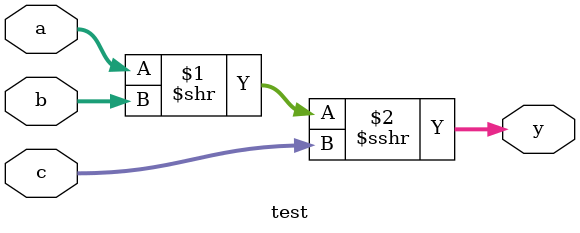
<source format=v>
module test (a, b, c, y);
    localparam TIME_STEP = 0.011;
    input signed [3:0] a;
    input signed [1:0] b;
    input signed [1:0] c;
    output [5:0] y;
    assign #(TIME_STEP:TIME_STEP:TIME_STEP) y = (a >> b) >>> c;
endmodule

</source>
